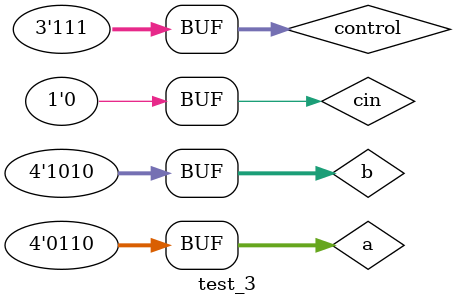
<source format=v>
`timescale 1ns / 1ps


module test_3;

	// Inputs
	reg [3:0] a;
	reg [3:0] b;
	reg cin;
	reg [2:0] control;

	// Outputs
	wire [3:0] ans;
	wire cout;

	// Instantiate the Unit Under Test (UUT)
	ALU uut (
		.ans(ans), 
		.cout(cout), 
		.a(a), 
		.b(b), 
		.cin(cin), 
		.control(control)
	);

	initial begin
	$monitor("\ta=%b,  b=%b,  cin=%b,  control=%b,  ans=%b,  cout=%b\n",a,b,cin,control,ans,cout);
		// Initialize Inputs
		a = 4'b0110;
		b = 4'b1010;
		cin = 1'b1;
		control = 3'b000;
		#100;
		
		a = 4'b0110;
		b = 4'b1010;
		cin = 1'b1;
		control = 3'b001;
		#100;
		
		a = 4'b0110;
		b = 4'b1010;
		cin = 1'b0;
		control = 3'b010;
		#100;
		
		a = 4'b0110;
		b = 4'b1010;
		cin = 1'b0;
		control = 3'b011;
		#100;
		
		a = 4'b0110;
		b = 4'b1010;
		cin = 1'b0;
		control = 3'b100;
		#100;
		
		a = 4'b0110;
		b = 4'b1010;
		cin = 1'b0;
		control = 3'b101;
		#100;
		
		a = 4'b0110;
		b = 4'b1010;
		cin = 1'b0;
		control = 3'b110;
		#100;
		
		a = 4'b0110;
		b = 4'b1010;
		cin = 1'b0;
		control = 3'b111;
		#100;
        
		// Add stimulus here

	end
      
endmodule


</source>
